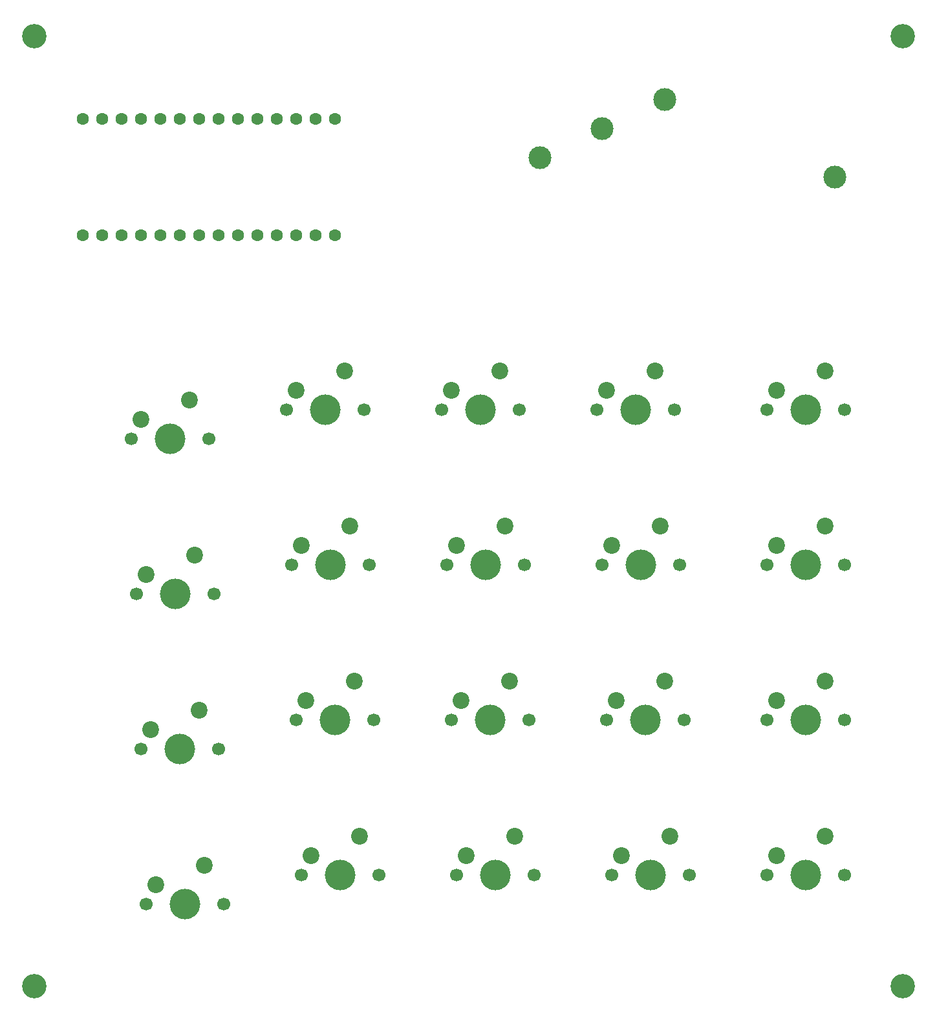
<source format=gts>
G04 #@! TF.GenerationSoftware,KiCad,Pcbnew,(5.1.10)-1*
G04 #@! TF.CreationDate,2021-09-13T16:17:20-07:00*
G04 #@! TF.ProjectId,keyboard_pcb,6b657962-6f61-4726-945f-7063622e6b69,v0.1*
G04 #@! TF.SameCoordinates,Original*
G04 #@! TF.FileFunction,Soldermask,Top*
G04 #@! TF.FilePolarity,Negative*
%FSLAX46Y46*%
G04 Gerber Fmt 4.6, Leading zero omitted, Abs format (unit mm)*
G04 Created by KiCad (PCBNEW (5.1.10)-1) date 2021-09-13 16:17:20*
%MOMM*%
%LPD*%
G01*
G04 APERTURE LIST*
%ADD10C,3.000000*%
%ADD11C,3.200000*%
%ADD12C,1.600000*%
%ADD13C,1.700000*%
%ADD14C,4.000000*%
%ADD15C,2.200000*%
G04 APERTURE END LIST*
D10*
X153065000Y-59690000D03*
X130810000Y-49530000D03*
X122555000Y-53340000D03*
X114403274Y-57150000D03*
D11*
X161925000Y-165735000D03*
X161925000Y-41275000D03*
X48260000Y-165735000D03*
X48260000Y-41275000D03*
D12*
X87630000Y-52070000D03*
X87630000Y-67310000D03*
X85090000Y-52070000D03*
X82550000Y-52070000D03*
X80010000Y-52070000D03*
X77470000Y-52070000D03*
X74930000Y-52070000D03*
X72390000Y-52070000D03*
X69850000Y-52070000D03*
X67310000Y-52070000D03*
X64770000Y-52070000D03*
X62230000Y-52070000D03*
X59690000Y-52070000D03*
X57150000Y-52070000D03*
X54610000Y-52070000D03*
X85090000Y-67310000D03*
X82550000Y-67310000D03*
X80010000Y-67310000D03*
X77470000Y-67310000D03*
X74930000Y-67310000D03*
X72390000Y-67310000D03*
X69850000Y-67310000D03*
X67310000Y-67310000D03*
X64770000Y-67310000D03*
X62230000Y-67310000D03*
X59690000Y-67310000D03*
X57150000Y-67310000D03*
X54610000Y-67310000D03*
D13*
X154305000Y-151130000D03*
X144145000Y-151130000D03*
D14*
X149225000Y-151130000D03*
D15*
X145415000Y-148590000D03*
X151765000Y-146050000D03*
D13*
X154305000Y-130810000D03*
X144145000Y-130810000D03*
D14*
X149225000Y-130810000D03*
D15*
X145415000Y-128270000D03*
X151765000Y-125730000D03*
D13*
X154305000Y-110490000D03*
X144145000Y-110490000D03*
D14*
X149225000Y-110490000D03*
D15*
X145415000Y-107950000D03*
X151765000Y-105410000D03*
D13*
X154305000Y-90170000D03*
X144145000Y-90170000D03*
D14*
X149225000Y-90170000D03*
D15*
X145415000Y-87630000D03*
X151765000Y-85090000D03*
D13*
X133985000Y-151130000D03*
X123825000Y-151130000D03*
D14*
X128905000Y-151130000D03*
D15*
X125095000Y-148590000D03*
X131445000Y-146050000D03*
D13*
X133350000Y-130810000D03*
X123190000Y-130810000D03*
D14*
X128270000Y-130810000D03*
D15*
X124460000Y-128270000D03*
X130810000Y-125730000D03*
D13*
X132715000Y-110490000D03*
X122555000Y-110490000D03*
D14*
X127635000Y-110490000D03*
D15*
X123825000Y-107950000D03*
X130175000Y-105410000D03*
D13*
X132080000Y-90170000D03*
X121920000Y-90170000D03*
D14*
X127000000Y-90170000D03*
D15*
X123190000Y-87630000D03*
X129540000Y-85090000D03*
D13*
X113665000Y-151130000D03*
X103505000Y-151130000D03*
D14*
X108585000Y-151130000D03*
D15*
X104775000Y-148590000D03*
X111125000Y-146050000D03*
D13*
X113030000Y-130810000D03*
X102870000Y-130810000D03*
D14*
X107950000Y-130810000D03*
D15*
X104140000Y-128270000D03*
X110490000Y-125730000D03*
D13*
X112395000Y-110490000D03*
X102235000Y-110490000D03*
D14*
X107315000Y-110490000D03*
D15*
X103505000Y-107950000D03*
X109855000Y-105410000D03*
D13*
X111760000Y-90170000D03*
X101600000Y-90170000D03*
D14*
X106680000Y-90170000D03*
D15*
X102870000Y-87630000D03*
X109220000Y-85090000D03*
D13*
X93345000Y-151130000D03*
X83185000Y-151130000D03*
D14*
X88265000Y-151130000D03*
D15*
X84455000Y-148590000D03*
X90805000Y-146050000D03*
D13*
X92710000Y-130810000D03*
X82550000Y-130810000D03*
D14*
X87630000Y-130810000D03*
D15*
X83820000Y-128270000D03*
X90170000Y-125730000D03*
D13*
X92075000Y-110490000D03*
X81915000Y-110490000D03*
D14*
X86995000Y-110490000D03*
D15*
X83185000Y-107950000D03*
X89535000Y-105410000D03*
D13*
X91440000Y-90170000D03*
X81280000Y-90170000D03*
D14*
X86360000Y-90170000D03*
D15*
X82550000Y-87630000D03*
X88900000Y-85090000D03*
D13*
X73025000Y-154940000D03*
X62865000Y-154940000D03*
D14*
X67945000Y-154940000D03*
D15*
X64135000Y-152400000D03*
X70485000Y-149860000D03*
D13*
X72390000Y-134620000D03*
X62230000Y-134620000D03*
D14*
X67310000Y-134620000D03*
D15*
X63500000Y-132080000D03*
X69850000Y-129540000D03*
D13*
X71755000Y-114300000D03*
X61595000Y-114300000D03*
D14*
X66675000Y-114300000D03*
D15*
X62865000Y-111760000D03*
X69215000Y-109220000D03*
D13*
X71120000Y-93980000D03*
X60960000Y-93980000D03*
D14*
X66040000Y-93980000D03*
D15*
X62230000Y-91440000D03*
X68580000Y-88900000D03*
M02*

</source>
